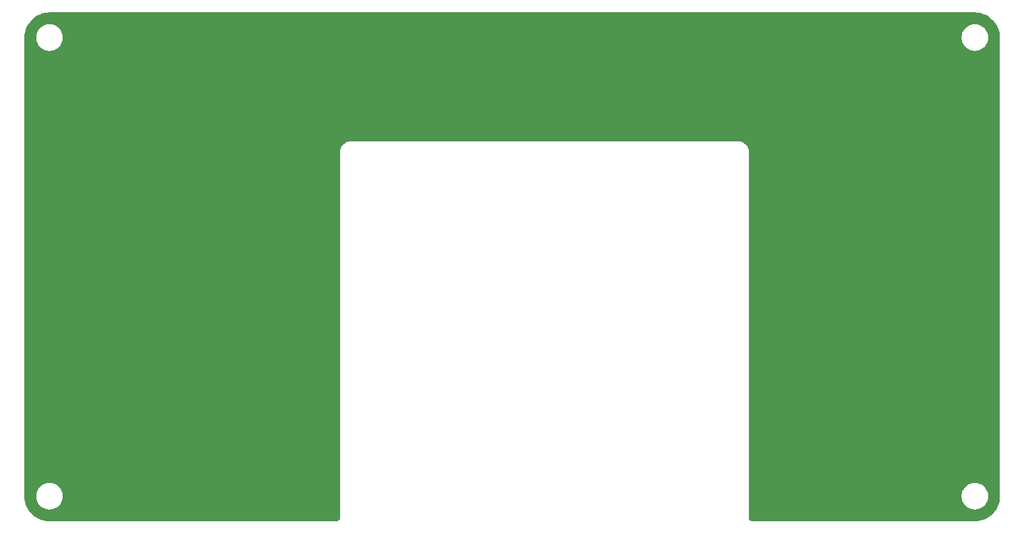
<source format=gtl>
G04 #@! TF.GenerationSoftware,KiCad,Pcbnew,8.0.5*
G04 #@! TF.CreationDate,2025-01-01T12:05:04+09:00*
G04 #@! TF.ProjectId,NERD-HPC_CASE_B,4e455244-2d48-4504-935f-434153455f42,rev?*
G04 #@! TF.SameCoordinates,Original*
G04 #@! TF.FileFunction,Copper,L1,Top*
G04 #@! TF.FilePolarity,Positive*
%FSLAX46Y46*%
G04 Gerber Fmt 4.6, Leading zero omitted, Abs format (unit mm)*
G04 Created by KiCad (PCBNEW 8.0.5) date 2025-01-01 12:05:04*
%MOMM*%
%LPD*%
G01*
G04 APERTURE LIST*
G04 APERTURE END LIST*
G04 #@! TA.AperFunction,NonConductor*
G36*
X203003032Y-60500648D02*
G01*
X203336929Y-60517052D01*
X203349037Y-60518245D01*
X203452146Y-60533539D01*
X203676699Y-60566849D01*
X203688617Y-60569219D01*
X204009951Y-60649709D01*
X204021588Y-60653240D01*
X204092806Y-60678722D01*
X204333467Y-60764832D01*
X204344688Y-60769479D01*
X204644163Y-60911120D01*
X204654871Y-60916844D01*
X204938988Y-61087137D01*
X204949106Y-61093897D01*
X205215170Y-61291224D01*
X205224576Y-61298944D01*
X205470013Y-61521395D01*
X205478604Y-61529986D01*
X205665755Y-61736475D01*
X205701055Y-61775423D01*
X205708775Y-61784829D01*
X205906102Y-62050893D01*
X205912862Y-62061011D01*
X206078149Y-62336777D01*
X206083148Y-62345116D01*
X206088883Y-62355844D01*
X206137229Y-62458064D01*
X206230514Y-62655297D01*
X206235170Y-62666540D01*
X206346759Y-62978411D01*
X206350292Y-62990055D01*
X206430777Y-63311369D01*
X206433151Y-63323305D01*
X206481754Y-63650962D01*
X206482947Y-63663071D01*
X206499351Y-63996966D01*
X206499500Y-64003051D01*
X206499500Y-127996948D01*
X206499351Y-128003033D01*
X206482947Y-128336928D01*
X206481754Y-128349037D01*
X206433151Y-128676694D01*
X206430777Y-128688630D01*
X206350292Y-129009944D01*
X206346759Y-129021588D01*
X206235170Y-129333459D01*
X206230514Y-129344702D01*
X206088885Y-129644151D01*
X206083148Y-129654883D01*
X205912862Y-129938988D01*
X205906102Y-129949106D01*
X205708775Y-130215170D01*
X205701055Y-130224576D01*
X205478611Y-130470006D01*
X205470006Y-130478611D01*
X205224576Y-130701055D01*
X205215170Y-130708775D01*
X204949106Y-130906102D01*
X204938988Y-130912862D01*
X204654883Y-131083148D01*
X204644151Y-131088885D01*
X204344702Y-131230514D01*
X204333459Y-131235170D01*
X204021588Y-131346759D01*
X204009944Y-131350292D01*
X203688630Y-131430777D01*
X203676694Y-131433151D01*
X203349037Y-131481754D01*
X203336928Y-131482947D01*
X203021989Y-131498419D01*
X203003031Y-131499351D01*
X202996949Y-131499500D01*
X172006962Y-131499500D01*
X171993078Y-131498720D01*
X171980553Y-131497308D01*
X171902735Y-131488540D01*
X171875666Y-131482362D01*
X171796462Y-131454648D01*
X171771444Y-131442600D01*
X171700395Y-131397957D01*
X171678686Y-131380644D01*
X171619355Y-131321313D01*
X171602042Y-131299604D01*
X171561555Y-131235170D01*
X171557398Y-131228553D01*
X171545351Y-131203537D01*
X171517637Y-131124333D01*
X171511459Y-131097263D01*
X171501280Y-131006922D01*
X171500500Y-130993038D01*
X171500500Y-127878711D01*
X201149500Y-127878711D01*
X201149500Y-128121288D01*
X201181161Y-128361785D01*
X201243947Y-128596104D01*
X201282273Y-128688630D01*
X201336776Y-128820212D01*
X201458064Y-129030289D01*
X201458066Y-129030292D01*
X201458067Y-129030293D01*
X201605733Y-129222736D01*
X201605739Y-129222743D01*
X201777256Y-129394260D01*
X201777262Y-129394265D01*
X201969711Y-129541936D01*
X202179788Y-129663224D01*
X202403900Y-129756054D01*
X202638211Y-129818838D01*
X202818586Y-129842584D01*
X202878711Y-129850500D01*
X202878712Y-129850500D01*
X203121289Y-129850500D01*
X203169388Y-129844167D01*
X203361789Y-129818838D01*
X203596100Y-129756054D01*
X203820212Y-129663224D01*
X204030289Y-129541936D01*
X204222738Y-129394265D01*
X204394265Y-129222738D01*
X204541936Y-129030289D01*
X204663224Y-128820212D01*
X204756054Y-128596100D01*
X204818838Y-128361789D01*
X204850500Y-128121288D01*
X204850500Y-127878712D01*
X204818838Y-127638211D01*
X204756054Y-127403900D01*
X204663224Y-127179788D01*
X204541936Y-126969711D01*
X204394265Y-126777262D01*
X204394260Y-126777256D01*
X204222743Y-126605739D01*
X204222736Y-126605733D01*
X204030293Y-126458067D01*
X204030292Y-126458066D01*
X204030289Y-126458064D01*
X203820212Y-126336776D01*
X203820205Y-126336773D01*
X203596104Y-126243947D01*
X203361785Y-126181161D01*
X203121289Y-126149500D01*
X203121288Y-126149500D01*
X202878712Y-126149500D01*
X202878711Y-126149500D01*
X202638214Y-126181161D01*
X202403895Y-126243947D01*
X202179794Y-126336773D01*
X202179785Y-126336777D01*
X201969706Y-126458067D01*
X201777263Y-126605733D01*
X201777256Y-126605739D01*
X201605739Y-126777256D01*
X201605733Y-126777263D01*
X201458067Y-126969706D01*
X201336777Y-127179785D01*
X201336773Y-127179794D01*
X201243947Y-127403895D01*
X201181161Y-127638214D01*
X201149500Y-127878711D01*
X171500500Y-127878711D01*
X171500500Y-79892683D01*
X171500500Y-79892682D01*
X171469954Y-79680231D01*
X171409484Y-79474290D01*
X171409483Y-79474288D01*
X171409482Y-79474284D01*
X171320327Y-79279061D01*
X171320320Y-79279048D01*
X171287211Y-79227531D01*
X171204281Y-79098487D01*
X171171172Y-79060277D01*
X171063724Y-78936275D01*
X170901514Y-78795720D01*
X170901513Y-78795719D01*
X170836991Y-78754253D01*
X170720951Y-78679679D01*
X170720938Y-78679672D01*
X170525715Y-78590517D01*
X170319774Y-78530047D01*
X170319764Y-78530044D01*
X170128754Y-78502582D01*
X170107318Y-78499500D01*
X170065892Y-78499500D01*
X116065892Y-78499500D01*
X116000000Y-78499500D01*
X115892682Y-78499500D01*
X115680235Y-78530044D01*
X115680225Y-78530047D01*
X115474284Y-78590517D01*
X115279061Y-78679672D01*
X115279048Y-78679679D01*
X115098485Y-78795720D01*
X114936275Y-78936275D01*
X114795720Y-79098485D01*
X114679679Y-79279048D01*
X114679672Y-79279061D01*
X114590517Y-79474284D01*
X114530047Y-79680225D01*
X114530044Y-79680235D01*
X114499500Y-79892682D01*
X114499500Y-130993038D01*
X114498720Y-131006923D01*
X114488540Y-131097264D01*
X114482362Y-131124333D01*
X114454648Y-131203537D01*
X114442600Y-131228555D01*
X114397957Y-131299604D01*
X114380644Y-131321313D01*
X114321313Y-131380644D01*
X114299604Y-131397957D01*
X114228555Y-131442600D01*
X114203537Y-131454648D01*
X114124333Y-131482362D01*
X114097264Y-131488540D01*
X114017075Y-131497576D01*
X114006921Y-131498720D01*
X113993038Y-131499500D01*
X74003051Y-131499500D01*
X73996968Y-131499351D01*
X73976900Y-131498365D01*
X73663071Y-131482947D01*
X73650962Y-131481754D01*
X73323305Y-131433151D01*
X73311369Y-131430777D01*
X72990055Y-131350292D01*
X72978411Y-131346759D01*
X72666540Y-131235170D01*
X72655301Y-131230515D01*
X72355844Y-131088883D01*
X72345121Y-131083150D01*
X72061011Y-130912862D01*
X72050893Y-130906102D01*
X71784829Y-130708775D01*
X71775423Y-130701055D01*
X71736475Y-130665755D01*
X71529986Y-130478604D01*
X71521395Y-130470013D01*
X71298944Y-130224576D01*
X71291224Y-130215170D01*
X71093897Y-129949106D01*
X71087137Y-129938988D01*
X70916844Y-129654871D01*
X70911120Y-129644163D01*
X70769479Y-129344688D01*
X70764829Y-129333459D01*
X70725212Y-129222738D01*
X70692902Y-129132438D01*
X70653240Y-129021588D01*
X70649707Y-129009944D01*
X70640958Y-128975015D01*
X70569219Y-128688617D01*
X70566848Y-128676694D01*
X70518245Y-128349037D01*
X70517052Y-128336927D01*
X70500649Y-128003032D01*
X70500500Y-127996948D01*
X70500500Y-127878711D01*
X72149500Y-127878711D01*
X72149500Y-128121288D01*
X72181161Y-128361785D01*
X72243947Y-128596104D01*
X72282273Y-128688630D01*
X72336776Y-128820212D01*
X72458064Y-129030289D01*
X72458066Y-129030292D01*
X72458067Y-129030293D01*
X72605733Y-129222736D01*
X72605739Y-129222743D01*
X72777256Y-129394260D01*
X72777262Y-129394265D01*
X72969711Y-129541936D01*
X73179788Y-129663224D01*
X73403900Y-129756054D01*
X73638211Y-129818838D01*
X73818586Y-129842584D01*
X73878711Y-129850500D01*
X73878712Y-129850500D01*
X74121289Y-129850500D01*
X74169388Y-129844167D01*
X74361789Y-129818838D01*
X74596100Y-129756054D01*
X74820212Y-129663224D01*
X75030289Y-129541936D01*
X75222738Y-129394265D01*
X75394265Y-129222738D01*
X75541936Y-129030289D01*
X75663224Y-128820212D01*
X75756054Y-128596100D01*
X75818838Y-128361789D01*
X75850500Y-128121288D01*
X75850500Y-127878712D01*
X75818838Y-127638211D01*
X75756054Y-127403900D01*
X75663224Y-127179788D01*
X75541936Y-126969711D01*
X75394265Y-126777262D01*
X75394260Y-126777256D01*
X75222743Y-126605739D01*
X75222736Y-126605733D01*
X75030293Y-126458067D01*
X75030292Y-126458066D01*
X75030289Y-126458064D01*
X74820212Y-126336776D01*
X74820205Y-126336773D01*
X74596104Y-126243947D01*
X74361785Y-126181161D01*
X74121289Y-126149500D01*
X74121288Y-126149500D01*
X73878712Y-126149500D01*
X73878711Y-126149500D01*
X73638214Y-126181161D01*
X73403895Y-126243947D01*
X73179794Y-126336773D01*
X73179785Y-126336777D01*
X72969706Y-126458067D01*
X72777263Y-126605733D01*
X72777256Y-126605739D01*
X72605739Y-126777256D01*
X72605733Y-126777263D01*
X72458067Y-126969706D01*
X72336777Y-127179785D01*
X72336773Y-127179794D01*
X72243947Y-127403895D01*
X72181161Y-127638214D01*
X72149500Y-127878711D01*
X70500500Y-127878711D01*
X70500500Y-64003051D01*
X70500649Y-63996967D01*
X70506458Y-63878712D01*
X70506458Y-63878711D01*
X72149500Y-63878711D01*
X72149500Y-64121288D01*
X72181161Y-64361785D01*
X72243947Y-64596104D01*
X72336773Y-64820205D01*
X72336776Y-64820212D01*
X72458064Y-65030289D01*
X72458066Y-65030292D01*
X72458067Y-65030293D01*
X72605733Y-65222736D01*
X72605739Y-65222743D01*
X72777256Y-65394260D01*
X72777262Y-65394265D01*
X72969711Y-65541936D01*
X73179788Y-65663224D01*
X73403900Y-65756054D01*
X73638211Y-65818838D01*
X73818586Y-65842584D01*
X73878711Y-65850500D01*
X73878712Y-65850500D01*
X74121289Y-65850500D01*
X74169388Y-65844167D01*
X74361789Y-65818838D01*
X74596100Y-65756054D01*
X74820212Y-65663224D01*
X75030289Y-65541936D01*
X75222738Y-65394265D01*
X75394265Y-65222738D01*
X75541936Y-65030289D01*
X75663224Y-64820212D01*
X75756054Y-64596100D01*
X75818838Y-64361789D01*
X75850500Y-64121288D01*
X75850500Y-63878712D01*
X75850500Y-63878711D01*
X201149500Y-63878711D01*
X201149500Y-64121288D01*
X201181161Y-64361785D01*
X201243947Y-64596104D01*
X201336773Y-64820205D01*
X201336776Y-64820212D01*
X201458064Y-65030289D01*
X201458066Y-65030292D01*
X201458067Y-65030293D01*
X201605733Y-65222736D01*
X201605739Y-65222743D01*
X201777256Y-65394260D01*
X201777262Y-65394265D01*
X201969711Y-65541936D01*
X202179788Y-65663224D01*
X202403900Y-65756054D01*
X202638211Y-65818838D01*
X202818586Y-65842584D01*
X202878711Y-65850500D01*
X202878712Y-65850500D01*
X203121289Y-65850500D01*
X203169388Y-65844167D01*
X203361789Y-65818838D01*
X203596100Y-65756054D01*
X203820212Y-65663224D01*
X204030289Y-65541936D01*
X204222738Y-65394265D01*
X204394265Y-65222738D01*
X204541936Y-65030289D01*
X204663224Y-64820212D01*
X204756054Y-64596100D01*
X204818838Y-64361789D01*
X204850500Y-64121288D01*
X204850500Y-63878712D01*
X204818838Y-63638211D01*
X204756054Y-63403900D01*
X204663224Y-63179788D01*
X204541936Y-62969711D01*
X204394265Y-62777262D01*
X204394260Y-62777256D01*
X204222743Y-62605739D01*
X204222736Y-62605733D01*
X204030293Y-62458067D01*
X204030292Y-62458066D01*
X204030289Y-62458064D01*
X203820212Y-62336776D01*
X203820205Y-62336773D01*
X203596104Y-62243947D01*
X203361785Y-62181161D01*
X203121289Y-62149500D01*
X203121288Y-62149500D01*
X202878712Y-62149500D01*
X202878711Y-62149500D01*
X202638214Y-62181161D01*
X202403895Y-62243947D01*
X202179794Y-62336773D01*
X202179785Y-62336777D01*
X201969706Y-62458067D01*
X201777263Y-62605733D01*
X201777256Y-62605739D01*
X201605739Y-62777256D01*
X201605733Y-62777263D01*
X201458067Y-62969706D01*
X201336777Y-63179785D01*
X201336773Y-63179794D01*
X201243947Y-63403895D01*
X201181161Y-63638214D01*
X201149500Y-63878711D01*
X75850500Y-63878711D01*
X75818838Y-63638211D01*
X75756054Y-63403900D01*
X75663224Y-63179788D01*
X75541936Y-62969711D01*
X75394265Y-62777262D01*
X75394260Y-62777256D01*
X75222743Y-62605739D01*
X75222736Y-62605733D01*
X75030293Y-62458067D01*
X75030292Y-62458066D01*
X75030289Y-62458064D01*
X74820212Y-62336776D01*
X74820205Y-62336773D01*
X74596104Y-62243947D01*
X74361785Y-62181161D01*
X74121289Y-62149500D01*
X74121288Y-62149500D01*
X73878712Y-62149500D01*
X73878711Y-62149500D01*
X73638214Y-62181161D01*
X73403895Y-62243947D01*
X73179794Y-62336773D01*
X73179785Y-62336777D01*
X72969706Y-62458067D01*
X72777263Y-62605733D01*
X72777256Y-62605739D01*
X72605739Y-62777256D01*
X72605733Y-62777263D01*
X72458067Y-62969706D01*
X72336777Y-63179785D01*
X72336773Y-63179794D01*
X72243947Y-63403895D01*
X72181161Y-63638214D01*
X72149500Y-63878711D01*
X70506458Y-63878711D01*
X70517052Y-63663068D01*
X70518245Y-63650962D01*
X70520136Y-63638211D01*
X70566849Y-63323296D01*
X70569218Y-63311385D01*
X70649710Y-62990043D01*
X70653240Y-62978411D01*
X70725212Y-62777263D01*
X70764835Y-62666525D01*
X70769476Y-62655318D01*
X70911124Y-62355828D01*
X70916840Y-62345136D01*
X71087145Y-62060998D01*
X71093888Y-62050905D01*
X71291232Y-61784818D01*
X71298935Y-61775433D01*
X71521405Y-61529975D01*
X71529975Y-61521405D01*
X71775433Y-61298935D01*
X71784818Y-61291232D01*
X72050905Y-61093888D01*
X72060998Y-61087145D01*
X72345136Y-60916840D01*
X72355828Y-60911124D01*
X72655318Y-60769476D01*
X72666525Y-60764835D01*
X72978412Y-60653239D01*
X72990043Y-60649710D01*
X73311385Y-60569218D01*
X73323296Y-60566849D01*
X73650962Y-60518244D01*
X73663068Y-60517052D01*
X73996967Y-60500648D01*
X74003051Y-60500500D01*
X74065892Y-60500500D01*
X202934108Y-60500500D01*
X202996949Y-60500500D01*
X203003032Y-60500648D01*
G37*
G04 #@! TD.AperFunction*
M02*

</source>
